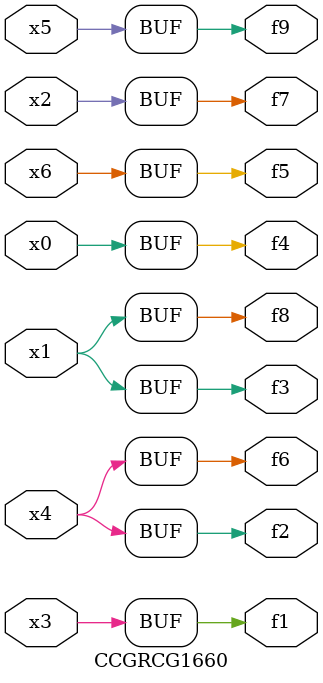
<source format=v>
module CCGRCG1660(
	input x0, x1, x2, x3, x4, x5, x6,
	output f1, f2, f3, f4, f5, f6, f7, f8, f9
);
	assign f1 = x3;
	assign f2 = x4;
	assign f3 = x1;
	assign f4 = x0;
	assign f5 = x6;
	assign f6 = x4;
	assign f7 = x2;
	assign f8 = x1;
	assign f9 = x5;
endmodule

</source>
